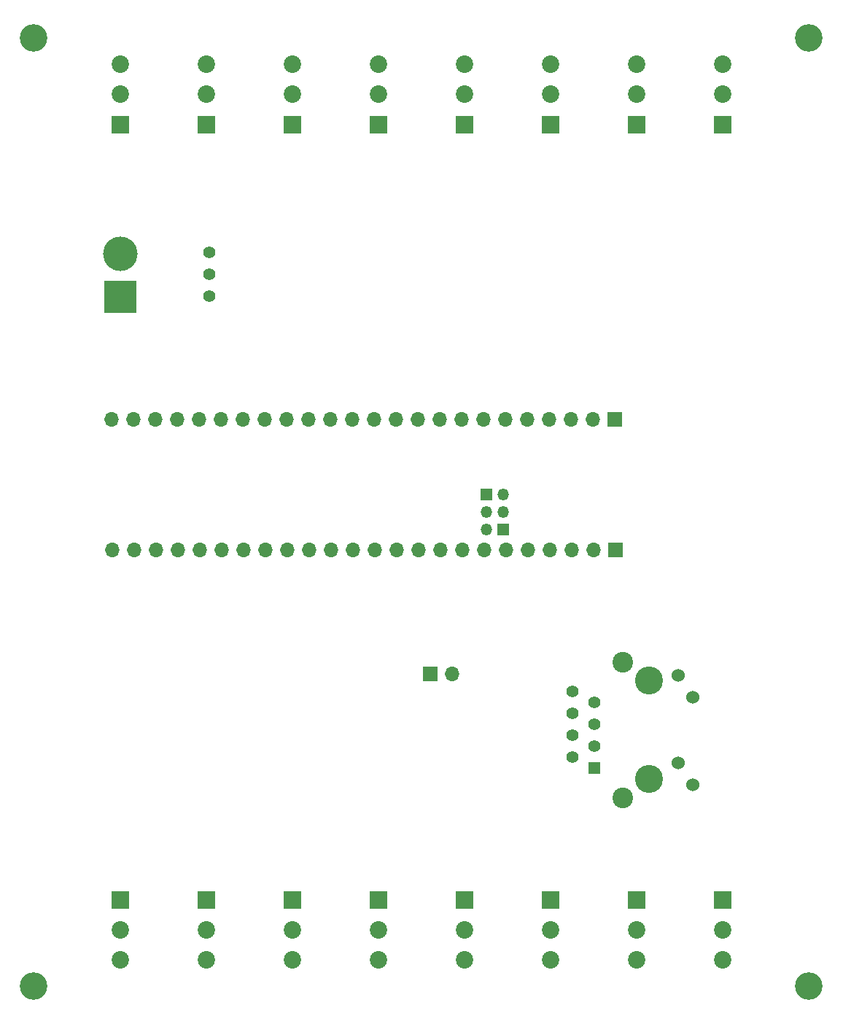
<source format=gbr>
%TF.GenerationSoftware,KiCad,Pcbnew,8.0.2*%
%TF.CreationDate,2024-08-24T20:41:20-05:00*%
%TF.ProjectId,ReceiverBoard,52656365-6976-4657-9242-6f6172642e6b,rev?*%
%TF.SameCoordinates,Original*%
%TF.FileFunction,Soldermask,Bot*%
%TF.FilePolarity,Negative*%
%FSLAX46Y46*%
G04 Gerber Fmt 4.6, Leading zero omitted, Abs format (unit mm)*
G04 Created by KiCad (PCBNEW 8.0.2) date 2024-08-24 20:41:20*
%MOMM*%
%LPD*%
G01*
G04 APERTURE LIST*
%ADD10C,3.200000*%
%ADD11R,2.025000X2.025000*%
%ADD12C,2.025000*%
%ADD13R,1.350000X1.350000*%
%ADD14O,1.350000X1.350000*%
%ADD15R,1.700000X1.700000*%
%ADD16O,1.700000X1.700000*%
%ADD17C,1.400000*%
%ADD18R,3.800000X3.800000*%
%ADD19C,4.000000*%
%ADD20C,3.250000*%
%ADD21R,1.400000X1.400000*%
%ADD22C,1.530000*%
%ADD23C,2.400000*%
G04 APERTURE END LIST*
D10*
%TO.C,H3*%
X80000000Y-150000000D03*
%TD*%
D11*
%TO.C,J5*%
X160000000Y-50000000D03*
D12*
X160000000Y-46500000D03*
X160000000Y-43000000D03*
%TD*%
D11*
%TO.C,J18*%
X130000000Y-140000000D03*
D12*
X130000000Y-143500000D03*
X130000000Y-147000000D03*
%TD*%
D11*
%TO.C,J19*%
X140000000Y-140000000D03*
D12*
X140000000Y-143500000D03*
X140000000Y-147000000D03*
%TD*%
D13*
%TO.C,J4*%
X132500000Y-93000000D03*
D14*
X132500000Y-95000000D03*
X132500000Y-97000000D03*
%TD*%
D15*
%TO.C,JP1*%
X126025000Y-113800000D03*
D16*
X128565000Y-113800000D03*
%TD*%
D11*
%TO.C,J15*%
X100000000Y-140000000D03*
D12*
X100000000Y-143500000D03*
X100000000Y-147000000D03*
%TD*%
D11*
%TO.C,J17*%
X120000000Y-140000000D03*
D12*
X120000000Y-143500000D03*
X120000000Y-147000000D03*
%TD*%
D11*
%TO.C,J11*%
X100000000Y-50000000D03*
D12*
X100000000Y-46500000D03*
X100000000Y-43000000D03*
%TD*%
D11*
%TO.C,J6*%
X150000000Y-50000000D03*
D12*
X150000000Y-46500000D03*
X150000000Y-43000000D03*
%TD*%
D10*
%TO.C,H2*%
X170000000Y-40000000D03*
%TD*%
D11*
%TO.C,J16*%
X110000000Y-140000000D03*
D12*
X110000000Y-143500000D03*
X110000000Y-147000000D03*
%TD*%
D13*
%TO.C,J3*%
X134500000Y-97000000D03*
D14*
X134500000Y-95000000D03*
X134500000Y-93000000D03*
%TD*%
D17*
%TO.C,PS1*%
X100375000Y-64870000D03*
X100375000Y-67410000D03*
X100375000Y-69950000D03*
%TD*%
D15*
%TO.C,J1*%
X147465000Y-84200000D03*
D16*
X144925000Y-84200000D03*
X142385000Y-84200000D03*
X139845000Y-84200000D03*
X137305000Y-84200000D03*
X134765000Y-84200000D03*
X132225000Y-84200000D03*
X129685000Y-84200000D03*
X127145000Y-84200000D03*
X124605000Y-84200000D03*
X122065000Y-84200000D03*
X119525000Y-84200000D03*
X116985000Y-84200000D03*
X114445000Y-84200000D03*
X111905000Y-84200000D03*
X109365000Y-84200000D03*
X106825000Y-84200000D03*
X104285000Y-84200000D03*
X101745000Y-84200000D03*
X99205000Y-84200000D03*
X96665000Y-84200000D03*
X94125000Y-84200000D03*
X91585000Y-84200000D03*
X89045000Y-84200000D03*
%TD*%
D18*
%TO.C,J13*%
X90000000Y-70000000D03*
D19*
X90000000Y-65000000D03*
%TD*%
D10*
%TO.C,H4*%
X170000000Y-150000000D03*
%TD*%
%TO.C,H1*%
X80000000Y-40000000D03*
%TD*%
D15*
%TO.C,J2*%
X147500000Y-99400000D03*
D16*
X144960000Y-99400000D03*
X142420000Y-99400000D03*
X139880000Y-99400000D03*
X137340000Y-99400000D03*
X134800000Y-99400000D03*
X132260000Y-99400000D03*
X129720000Y-99400000D03*
X127180000Y-99400000D03*
X124640000Y-99400000D03*
X122100000Y-99400000D03*
X119560000Y-99400000D03*
X117020000Y-99400000D03*
X114480000Y-99400000D03*
X111940000Y-99400000D03*
X109400000Y-99400000D03*
X106860000Y-99400000D03*
X104320000Y-99400000D03*
X101780000Y-99400000D03*
X99240000Y-99400000D03*
X96700000Y-99400000D03*
X94160000Y-99400000D03*
X91620000Y-99400000D03*
X89080000Y-99400000D03*
%TD*%
D20*
%TO.C,J22*%
X151400000Y-126015000D03*
X151400000Y-114585000D03*
D21*
X145050000Y-124745000D03*
D17*
X142510000Y-123475000D03*
X145050000Y-122205000D03*
X142510000Y-120935000D03*
X145050000Y-119665000D03*
X142510000Y-118395000D03*
X145050000Y-117125000D03*
X142510000Y-115855000D03*
D22*
X156480000Y-126625000D03*
X154780000Y-124085000D03*
X156480000Y-116515000D03*
X154780000Y-113975000D03*
D23*
X148350000Y-128175000D03*
X148350000Y-112425000D03*
%TD*%
D11*
%TO.C,J10*%
X110000000Y-50000000D03*
D12*
X110000000Y-46500000D03*
X110000000Y-43000000D03*
%TD*%
D11*
%TO.C,J7*%
X140000000Y-50000000D03*
D12*
X140000000Y-46500000D03*
X140000000Y-43000000D03*
%TD*%
D11*
%TO.C,J14*%
X90000000Y-140000000D03*
D12*
X90000000Y-143500000D03*
X90000000Y-147000000D03*
%TD*%
D11*
%TO.C,J20*%
X150000000Y-140000000D03*
D12*
X150000000Y-143500000D03*
X150000000Y-147000000D03*
%TD*%
D11*
%TO.C,J12*%
X90000000Y-50000000D03*
D12*
X90000000Y-46500000D03*
X90000000Y-43000000D03*
%TD*%
D11*
%TO.C,J21*%
X160000000Y-140000000D03*
D12*
X160000000Y-143500000D03*
X160000000Y-147000000D03*
%TD*%
D11*
%TO.C,J9*%
X120000000Y-50000000D03*
D12*
X120000000Y-46500000D03*
X120000000Y-43000000D03*
%TD*%
D11*
%TO.C,J8*%
X130000000Y-50000000D03*
D12*
X130000000Y-46500000D03*
X130000000Y-43000000D03*
%TD*%
M02*

</source>
